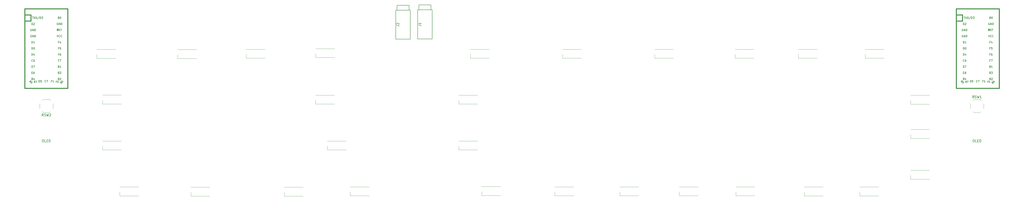
<source format=gbr>
G04 #@! TF.GenerationSoftware,KiCad,Pcbnew,(5.1.9)-1*
G04 #@! TF.CreationDate,2021-02-18T22:07:17-08:00*
G04 #@! TF.ProjectId,kujira,6b756a69-7261-42e6-9b69-6361645f7063,rev?*
G04 #@! TF.SameCoordinates,Original*
G04 #@! TF.FileFunction,Legend,Top*
G04 #@! TF.FilePolarity,Positive*
%FSLAX46Y46*%
G04 Gerber Fmt 4.6, Leading zero omitted, Abs format (unit mm)*
G04 Created by KiCad (PCBNEW (5.1.9)-1) date 2021-02-18 22:07:17*
%MOMM*%
%LPD*%
G01*
G04 APERTURE LIST*
%ADD10C,0.150000*%
%ADD11C,0.120000*%
%ADD12C,0.381000*%
G04 APERTURE END LIST*
D10*
X181452000Y-35130000D02*
X176452000Y-35130000D01*
X176452000Y-35130000D02*
X176452000Y-37130000D01*
X181452000Y-35130000D02*
X181452000Y-37130000D01*
X181952000Y-49230000D02*
X175952000Y-49230000D01*
X175952000Y-49230000D02*
X175952000Y-37130000D01*
X175952000Y-37130000D02*
X181952000Y-37130000D01*
X181952000Y-37130000D02*
X181952000Y-49230000D01*
X190523500Y-35003000D02*
X185523500Y-35003000D01*
X185523500Y-35003000D02*
X185523500Y-37003000D01*
X190523500Y-35003000D02*
X190523500Y-37003000D01*
X191023500Y-49103000D02*
X185023500Y-49103000D01*
X185023500Y-49103000D02*
X185023500Y-37003000D01*
X185023500Y-37003000D02*
X191023500Y-37003000D01*
X191023500Y-37003000D02*
X191023500Y-49103000D01*
D11*
X33105000Y-74662000D02*
X32655000Y-74212000D01*
X29705000Y-74662000D02*
X30155000Y-74212000D01*
X29705000Y-79262000D02*
X30155000Y-79712000D01*
X33105000Y-79262000D02*
X32655000Y-79712000D01*
X28655000Y-77962000D02*
X28655000Y-75962000D01*
X32655000Y-74212000D02*
X30155000Y-74212000D01*
X34155000Y-77962000D02*
X34155000Y-75962000D01*
X32655000Y-79712000D02*
X30155000Y-79712000D01*
X414744500Y-79262000D02*
X415194500Y-79712000D01*
X418144500Y-79262000D02*
X417694500Y-79712000D01*
X418144500Y-74662000D02*
X417694500Y-74212000D01*
X414744500Y-74662000D02*
X415194500Y-74212000D01*
X419194500Y-75962000D02*
X419194500Y-77962000D01*
X415194500Y-79712000D02*
X417694500Y-79712000D01*
X413694500Y-75962000D02*
X413694500Y-77962000D01*
X415194500Y-74212000D02*
X417694500Y-74212000D01*
X61803000Y-114307000D02*
X69603000Y-114307000D01*
X69603000Y-110607000D02*
X61803000Y-110607000D01*
X61803000Y-112707000D02*
X61803000Y-114307000D01*
X52278000Y-57160000D02*
X60078000Y-57160000D01*
X60078000Y-53460000D02*
X52278000Y-53460000D01*
X52278000Y-55560000D02*
X52278000Y-57160000D01*
X388973500Y-74563000D02*
X388973500Y-76163000D01*
X396773500Y-72463000D02*
X388973500Y-72463000D01*
X388973500Y-76163000D02*
X396773500Y-76163000D01*
X367891500Y-112663000D02*
X367891500Y-114263000D01*
X375691500Y-110563000D02*
X367891500Y-110563000D01*
X367891500Y-114263000D02*
X375691500Y-114263000D01*
X344949500Y-112707000D02*
X344949500Y-114307000D01*
X352749500Y-110607000D02*
X344949500Y-110607000D01*
X344949500Y-114307000D02*
X352749500Y-114307000D01*
X388973500Y-105722000D02*
X388973500Y-107322000D01*
X396773500Y-103622000D02*
X388973500Y-103622000D01*
X388973500Y-107322000D02*
X396773500Y-107322000D01*
X388973500Y-88834000D02*
X388973500Y-90434000D01*
X396773500Y-86734000D02*
X388973500Y-86734000D01*
X388973500Y-90434000D02*
X396773500Y-90434000D01*
X316710500Y-112645000D02*
X316710500Y-114245000D01*
X324510500Y-110545000D02*
X316710500Y-110545000D01*
X316710500Y-114245000D02*
X324510500Y-114245000D01*
D12*
X22515000Y-39083000D02*
X22515000Y-69563000D01*
X22515000Y-69563000D02*
X40295000Y-69563000D01*
X40295000Y-69563000D02*
X40295000Y-39083000D01*
X25055000Y-39083000D02*
X25055000Y-41623000D01*
X25055000Y-41623000D02*
X22515000Y-41623000D01*
D10*
G36*
X36336568Y-44962360D02*
G01*
X36336568Y-45262360D01*
X36236568Y-45262360D01*
X36236568Y-44962360D01*
X36336568Y-44962360D01*
G37*
X36336568Y-44962360D02*
X36336568Y-45262360D01*
X36236568Y-45262360D01*
X36236568Y-44962360D01*
X36336568Y-44962360D01*
G36*
X36136568Y-45362360D02*
G01*
X36136568Y-45462360D01*
X36036568Y-45462360D01*
X36036568Y-45362360D01*
X36136568Y-45362360D01*
G37*
X36136568Y-45362360D02*
X36136568Y-45462360D01*
X36036568Y-45462360D01*
X36036568Y-45362360D01*
X36136568Y-45362360D01*
G36*
X36336568Y-44962360D02*
G01*
X36336568Y-45062360D01*
X35836568Y-45062360D01*
X35836568Y-44962360D01*
X36336568Y-44962360D01*
G37*
X36336568Y-44962360D02*
X36336568Y-45062360D01*
X35836568Y-45062360D01*
X35836568Y-44962360D01*
X36336568Y-44962360D01*
G36*
X35936568Y-44962360D02*
G01*
X35936568Y-45762360D01*
X35836568Y-45762360D01*
X35836568Y-44962360D01*
X35936568Y-44962360D01*
G37*
X35936568Y-44962360D02*
X35936568Y-45762360D01*
X35836568Y-45762360D01*
X35836568Y-44962360D01*
X35936568Y-44962360D01*
G36*
X36336568Y-45562360D02*
G01*
X36336568Y-45762360D01*
X36236568Y-45762360D01*
X36236568Y-45562360D01*
X36336568Y-45562360D01*
G37*
X36336568Y-45562360D02*
X36336568Y-45762360D01*
X36236568Y-45762360D01*
X36236568Y-45562360D01*
X36336568Y-45562360D01*
D12*
X40295000Y-39083000D02*
X40295000Y-36543000D01*
X40295000Y-36543000D02*
X22515000Y-36543000D01*
X22515000Y-36543000D02*
X22515000Y-39083000D01*
X25055000Y-39083000D02*
X22515000Y-39083000D01*
D11*
X114083000Y-55495000D02*
X114083000Y-57095000D01*
X121883000Y-53395000D02*
X114083000Y-53395000D01*
X114083000Y-57095000D02*
X121883000Y-57095000D01*
X129831000Y-112772000D02*
X129831000Y-114372000D01*
X137631000Y-110672000D02*
X129831000Y-110672000D01*
X129831000Y-114372000D02*
X137631000Y-114372000D01*
X342492500Y-55495000D02*
X342492500Y-57095000D01*
X350292500Y-53395000D02*
X342492500Y-53395000D01*
X342492500Y-57095000D02*
X350292500Y-57095000D01*
X157136000Y-112645000D02*
X157136000Y-114245000D01*
X164936000Y-110545000D02*
X157136000Y-110545000D01*
X157136000Y-114245000D02*
X164936000Y-114245000D01*
X202030500Y-93595000D02*
X202030500Y-95195000D01*
X209830500Y-91495000D02*
X202030500Y-91495000D01*
X202030500Y-95195000D02*
X209830500Y-95195000D01*
X142912000Y-55241000D02*
X142912000Y-56841000D01*
X150712000Y-53141000D02*
X142912000Y-53141000D01*
X142912000Y-56841000D02*
X150712000Y-56841000D01*
X283056500Y-55495000D02*
X283056500Y-57095000D01*
X290856500Y-53395000D02*
X283056500Y-53395000D01*
X283056500Y-57095000D02*
X290856500Y-57095000D01*
X244956500Y-55495000D02*
X244956500Y-57095000D01*
X252756500Y-53395000D02*
X244956500Y-53395000D01*
X244956500Y-57095000D02*
X252756500Y-57095000D01*
X206856500Y-55495000D02*
X206856500Y-57095000D01*
X214656500Y-53395000D02*
X206856500Y-53395000D01*
X206856500Y-57095000D02*
X214656500Y-57095000D01*
X91223000Y-112772000D02*
X91223000Y-114372000D01*
X99023000Y-110672000D02*
X91223000Y-110672000D01*
X91223000Y-114372000D02*
X99023000Y-114372000D01*
X293216500Y-112645000D02*
X293216500Y-114245000D01*
X301016500Y-110545000D02*
X293216500Y-110545000D01*
X293216500Y-114245000D02*
X301016500Y-114245000D01*
X268705500Y-112645000D02*
X268705500Y-114245000D01*
X276505500Y-110545000D02*
X268705500Y-110545000D01*
X268705500Y-114245000D02*
X276505500Y-114245000D01*
X54647000Y-74480000D02*
X54647000Y-76080000D01*
X62447000Y-72380000D02*
X54647000Y-72380000D01*
X54647000Y-76080000D02*
X62447000Y-76080000D01*
X202030500Y-74545000D02*
X202030500Y-76145000D01*
X209830500Y-72445000D02*
X202030500Y-72445000D01*
X202030500Y-76145000D02*
X209830500Y-76145000D01*
X147611000Y-93595000D02*
X147611000Y-95195000D01*
X155411000Y-91495000D02*
X147611000Y-91495000D01*
X147611000Y-95195000D02*
X155411000Y-95195000D01*
X54647000Y-93595000D02*
X54647000Y-95195000D01*
X62447000Y-91495000D02*
X54647000Y-91495000D01*
X54647000Y-95195000D02*
X62447000Y-95195000D01*
X241781500Y-112645000D02*
X241781500Y-114245000D01*
X249581500Y-110545000D02*
X241781500Y-110545000D01*
X241781500Y-114245000D02*
X249581500Y-114245000D01*
X211555500Y-112518000D02*
X211555500Y-114118000D01*
X219355500Y-110418000D02*
X211555500Y-110418000D01*
X211555500Y-114118000D02*
X219355500Y-114118000D01*
X370178500Y-55495000D02*
X370178500Y-57095000D01*
X377978500Y-53395000D02*
X370178500Y-53395000D01*
X370178500Y-57095000D02*
X377978500Y-57095000D01*
X142785000Y-74545000D02*
X142785000Y-76145000D01*
X150585000Y-72445000D02*
X142785000Y-72445000D01*
X142785000Y-76145000D02*
X150585000Y-76145000D01*
X85762000Y-55622000D02*
X85762000Y-57222000D01*
X93562000Y-53522000D02*
X85762000Y-53522000D01*
X85762000Y-57222000D02*
X93562000Y-57222000D01*
X316330500Y-55495000D02*
X316330500Y-57095000D01*
X324130500Y-53395000D02*
X316330500Y-53395000D01*
X316330500Y-57095000D02*
X324130500Y-57095000D01*
D12*
X407887500Y-39083000D02*
X407887500Y-69563000D01*
X407887500Y-69563000D02*
X425667500Y-69563000D01*
X425667500Y-69563000D02*
X425667500Y-39083000D01*
X410427500Y-39083000D02*
X410427500Y-41623000D01*
X410427500Y-41623000D02*
X407887500Y-41623000D01*
D10*
G36*
X421709068Y-44962360D02*
G01*
X421709068Y-45262360D01*
X421609068Y-45262360D01*
X421609068Y-44962360D01*
X421709068Y-44962360D01*
G37*
X421709068Y-44962360D02*
X421709068Y-45262360D01*
X421609068Y-45262360D01*
X421609068Y-44962360D01*
X421709068Y-44962360D01*
G36*
X421509068Y-45362360D02*
G01*
X421509068Y-45462360D01*
X421409068Y-45462360D01*
X421409068Y-45362360D01*
X421509068Y-45362360D01*
G37*
X421509068Y-45362360D02*
X421509068Y-45462360D01*
X421409068Y-45462360D01*
X421409068Y-45362360D01*
X421509068Y-45362360D01*
G36*
X421709068Y-44962360D02*
G01*
X421709068Y-45062360D01*
X421209068Y-45062360D01*
X421209068Y-44962360D01*
X421709068Y-44962360D01*
G37*
X421709068Y-44962360D02*
X421709068Y-45062360D01*
X421209068Y-45062360D01*
X421209068Y-44962360D01*
X421709068Y-44962360D01*
G36*
X421309068Y-44962360D02*
G01*
X421309068Y-45762360D01*
X421209068Y-45762360D01*
X421209068Y-44962360D01*
X421309068Y-44962360D01*
G37*
X421309068Y-44962360D02*
X421309068Y-45762360D01*
X421209068Y-45762360D01*
X421209068Y-44962360D01*
X421309068Y-44962360D01*
G36*
X421709068Y-45562360D02*
G01*
X421709068Y-45762360D01*
X421609068Y-45762360D01*
X421609068Y-45562360D01*
X421709068Y-45562360D01*
G37*
X421709068Y-45562360D02*
X421709068Y-45762360D01*
X421609068Y-45762360D01*
X421609068Y-45562360D01*
X421709068Y-45562360D01*
D12*
X425667500Y-39083000D02*
X425667500Y-36543000D01*
X425667500Y-36543000D02*
X407887500Y-36543000D01*
X407887500Y-36543000D02*
X407887500Y-39083000D01*
X410427500Y-39083000D02*
X407887500Y-39083000D01*
D10*
X176346180Y-43513333D02*
X177060466Y-43513333D01*
X177203323Y-43560952D01*
X177298561Y-43656190D01*
X177346180Y-43799047D01*
X177346180Y-43894285D01*
X176441419Y-43084761D02*
X176393800Y-43037142D01*
X176346180Y-42941904D01*
X176346180Y-42703809D01*
X176393800Y-42608571D01*
X176441419Y-42560952D01*
X176536657Y-42513333D01*
X176631895Y-42513333D01*
X176774752Y-42560952D01*
X177346180Y-43132380D01*
X177346180Y-42513333D01*
X185417680Y-43386333D02*
X186131966Y-43386333D01*
X186274823Y-43433952D01*
X186370061Y-43529190D01*
X186417680Y-43672047D01*
X186417680Y-43767285D01*
X186417680Y-42386333D02*
X186417680Y-42957761D01*
X186417680Y-42672047D02*
X185417680Y-42672047D01*
X185560538Y-42767285D01*
X185655776Y-42862523D01*
X185703395Y-42957761D01*
X30190714Y-81164380D02*
X29857380Y-80688190D01*
X29619285Y-81164380D02*
X29619285Y-80164380D01*
X30000238Y-80164380D01*
X30095476Y-80212000D01*
X30143095Y-80259619D01*
X30190714Y-80354857D01*
X30190714Y-80497714D01*
X30143095Y-80592952D01*
X30095476Y-80640571D01*
X30000238Y-80688190D01*
X29619285Y-80688190D01*
X30571666Y-81116761D02*
X30714523Y-81164380D01*
X30952619Y-81164380D01*
X31047857Y-81116761D01*
X31095476Y-81069142D01*
X31143095Y-80973904D01*
X31143095Y-80878666D01*
X31095476Y-80783428D01*
X31047857Y-80735809D01*
X30952619Y-80688190D01*
X30762142Y-80640571D01*
X30666904Y-80592952D01*
X30619285Y-80545333D01*
X30571666Y-80450095D01*
X30571666Y-80354857D01*
X30619285Y-80259619D01*
X30666904Y-80212000D01*
X30762142Y-80164380D01*
X31000238Y-80164380D01*
X31143095Y-80212000D01*
X31476428Y-80164380D02*
X31714523Y-81164380D01*
X31905000Y-80450095D01*
X32095476Y-81164380D01*
X32333571Y-80164380D01*
X32666904Y-80259619D02*
X32714523Y-80212000D01*
X32809761Y-80164380D01*
X33047857Y-80164380D01*
X33143095Y-80212000D01*
X33190714Y-80259619D01*
X33238333Y-80354857D01*
X33238333Y-80450095D01*
X33190714Y-80592952D01*
X32619285Y-81164380D01*
X33238333Y-81164380D01*
X415230214Y-73664380D02*
X414896880Y-73188190D01*
X414658785Y-73664380D02*
X414658785Y-72664380D01*
X415039738Y-72664380D01*
X415134976Y-72712000D01*
X415182595Y-72759619D01*
X415230214Y-72854857D01*
X415230214Y-72997714D01*
X415182595Y-73092952D01*
X415134976Y-73140571D01*
X415039738Y-73188190D01*
X414658785Y-73188190D01*
X415611166Y-73616761D02*
X415754023Y-73664380D01*
X415992119Y-73664380D01*
X416087357Y-73616761D01*
X416134976Y-73569142D01*
X416182595Y-73473904D01*
X416182595Y-73378666D01*
X416134976Y-73283428D01*
X416087357Y-73235809D01*
X415992119Y-73188190D01*
X415801642Y-73140571D01*
X415706404Y-73092952D01*
X415658785Y-73045333D01*
X415611166Y-72950095D01*
X415611166Y-72854857D01*
X415658785Y-72759619D01*
X415706404Y-72712000D01*
X415801642Y-72664380D01*
X416039738Y-72664380D01*
X416182595Y-72712000D01*
X416515928Y-72664380D02*
X416754023Y-73664380D01*
X416944500Y-72950095D01*
X417134976Y-73664380D01*
X417373071Y-72664380D01*
X418277833Y-73664380D02*
X417706404Y-73664380D01*
X417992119Y-73664380D02*
X417992119Y-72664380D01*
X417896880Y-72807238D01*
X417801642Y-72902476D01*
X417706404Y-72950095D01*
X28274523Y-67084904D02*
X28274523Y-66284904D01*
X28465000Y-66284904D01*
X28579285Y-66323000D01*
X28655476Y-66399190D01*
X28693571Y-66475380D01*
X28731666Y-66627761D01*
X28731666Y-66742047D01*
X28693571Y-66894428D01*
X28655476Y-66970619D01*
X28579285Y-67046809D01*
X28465000Y-67084904D01*
X28274523Y-67084904D01*
X29455476Y-66284904D02*
X29074523Y-66284904D01*
X29036428Y-66665857D01*
X29074523Y-66627761D01*
X29150714Y-66589666D01*
X29341190Y-66589666D01*
X29417380Y-66627761D01*
X29455476Y-66665857D01*
X29493571Y-66742047D01*
X29493571Y-66932523D01*
X29455476Y-67008714D01*
X29417380Y-67046809D01*
X29341190Y-67084904D01*
X29150714Y-67084904D01*
X29074523Y-67046809D01*
X29036428Y-67008714D01*
X33678333Y-66665857D02*
X33411666Y-66665857D01*
X33411666Y-67084904D02*
X33411666Y-66284904D01*
X33792619Y-66284904D01*
X34516428Y-67084904D02*
X34059285Y-67084904D01*
X34287857Y-67084904D02*
X34287857Y-66284904D01*
X34211666Y-66399190D01*
X34135476Y-66475380D01*
X34059285Y-66513476D01*
X31271666Y-67008714D02*
X31233571Y-67046809D01*
X31119285Y-67084904D01*
X31043095Y-67084904D01*
X30928809Y-67046809D01*
X30852619Y-66970619D01*
X30814523Y-66894428D01*
X30776428Y-66742047D01*
X30776428Y-66627761D01*
X30814523Y-66475380D01*
X30852619Y-66399190D01*
X30928809Y-66323000D01*
X31043095Y-66284904D01*
X31119285Y-66284904D01*
X31233571Y-66323000D01*
X31271666Y-66361095D01*
X31538333Y-66284904D02*
X32071666Y-66284904D01*
X31728809Y-67084904D01*
X37569297Y-67187991D02*
X37663578Y-67140851D01*
X37710719Y-67140851D01*
X37781429Y-67164421D01*
X37852140Y-67235132D01*
X37875710Y-67305842D01*
X37875710Y-67352983D01*
X37852140Y-67423693D01*
X37663578Y-67612255D01*
X37168603Y-67117280D01*
X37333595Y-66952289D01*
X37404306Y-66928719D01*
X37451446Y-66928719D01*
X37522157Y-66952289D01*
X37569297Y-66999429D01*
X37592867Y-67070140D01*
X37592867Y-67117280D01*
X37569297Y-67187991D01*
X37404306Y-67352983D01*
X37875710Y-66410174D02*
X37781429Y-66504455D01*
X37757859Y-66575165D01*
X37757859Y-66622306D01*
X37781429Y-66740157D01*
X37852140Y-66858008D01*
X38040702Y-67046570D01*
X38111412Y-67070140D01*
X38158553Y-67070140D01*
X38229264Y-67046570D01*
X38323544Y-66952289D01*
X38347115Y-66881578D01*
X38347115Y-66834438D01*
X38323544Y-66763727D01*
X38205693Y-66645876D01*
X38134983Y-66622306D01*
X38087842Y-66622306D01*
X38017132Y-66645876D01*
X37922851Y-66740157D01*
X37899280Y-66810867D01*
X37899280Y-66858008D01*
X37922851Y-66928719D01*
X35671666Y-66873000D02*
X35438333Y-66873000D01*
X35438333Y-67239666D02*
X35438333Y-66539666D01*
X35771666Y-66539666D01*
X36171666Y-66539666D02*
X36238333Y-66539666D01*
X36305000Y-66573000D01*
X36338333Y-66606333D01*
X36371666Y-66673000D01*
X36405000Y-66806333D01*
X36405000Y-66973000D01*
X36371666Y-67106333D01*
X36338333Y-67173000D01*
X36305000Y-67206333D01*
X36238333Y-67239666D01*
X36171666Y-67239666D01*
X36105000Y-67206333D01*
X36071666Y-67173000D01*
X36038333Y-67106333D01*
X36005000Y-66973000D01*
X36005000Y-66806333D01*
X36038333Y-66673000D01*
X36071666Y-66606333D01*
X36105000Y-66573000D01*
X36171666Y-66539666D01*
X26621666Y-66873000D02*
X26721666Y-66906333D01*
X26755000Y-66939666D01*
X26788333Y-67006333D01*
X26788333Y-67106333D01*
X26755000Y-67173000D01*
X26721666Y-67206333D01*
X26655000Y-67239666D01*
X26388333Y-67239666D01*
X26388333Y-66539666D01*
X26621666Y-66539666D01*
X26688333Y-66573000D01*
X26721666Y-66606333D01*
X26755000Y-66673000D01*
X26755000Y-66739666D01*
X26721666Y-66806333D01*
X26688333Y-66839666D01*
X26621666Y-66873000D01*
X26388333Y-66873000D01*
X27021666Y-66539666D02*
X27488333Y-66539666D01*
X27188333Y-67239666D01*
X25642651Y-39914904D02*
X26099794Y-39914904D01*
X25871223Y-40714904D02*
X25871223Y-39914904D01*
X26290270Y-39914904D02*
X26823604Y-40714904D01*
X26823604Y-39914904D02*
X26290270Y-40714904D01*
X27280747Y-39914904D02*
X27356937Y-39914904D01*
X27433128Y-39953000D01*
X27471223Y-39991095D01*
X27509318Y-40067285D01*
X27547413Y-40219666D01*
X27547413Y-40410142D01*
X27509318Y-40562523D01*
X27471223Y-40638714D01*
X27433128Y-40676809D01*
X27356937Y-40714904D01*
X27280747Y-40714904D01*
X27204556Y-40676809D01*
X27166461Y-40638714D01*
X27128366Y-40562523D01*
X27090270Y-40410142D01*
X27090270Y-40219666D01*
X27128366Y-40067285D01*
X27166461Y-39991095D01*
X27204556Y-39953000D01*
X27280747Y-39914904D01*
X28461699Y-39876809D02*
X27775985Y-40905380D01*
X28728366Y-40714904D02*
X28728366Y-39914904D01*
X28918842Y-39914904D01*
X29033128Y-39953000D01*
X29109318Y-40029190D01*
X29147413Y-40105380D01*
X29185508Y-40257761D01*
X29185508Y-40372047D01*
X29147413Y-40524428D01*
X29109318Y-40600619D01*
X29033128Y-40676809D01*
X28918842Y-40714904D01*
X28728366Y-40714904D01*
X29452175Y-39914904D02*
X29947413Y-39914904D01*
X29680747Y-40219666D01*
X29795032Y-40219666D01*
X29871223Y-40257761D01*
X29909318Y-40295857D01*
X29947413Y-40372047D01*
X29947413Y-40562523D01*
X29909318Y-40638714D01*
X29871223Y-40676809D01*
X29795032Y-40714904D01*
X29566461Y-40714904D01*
X29490270Y-40676809D01*
X29452175Y-40638714D01*
X25353523Y-43254904D02*
X25353523Y-42454904D01*
X25544000Y-42454904D01*
X25658285Y-42493000D01*
X25734476Y-42569190D01*
X25772571Y-42645380D01*
X25810666Y-42797761D01*
X25810666Y-42912047D01*
X25772571Y-43064428D01*
X25734476Y-43140619D01*
X25658285Y-43216809D01*
X25544000Y-43254904D01*
X25353523Y-43254904D01*
X26115428Y-42531095D02*
X26153523Y-42493000D01*
X26229714Y-42454904D01*
X26420190Y-42454904D01*
X26496380Y-42493000D01*
X26534476Y-42531095D01*
X26572571Y-42607285D01*
X26572571Y-42683476D01*
X26534476Y-42797761D01*
X26077333Y-43254904D01*
X26572571Y-43254904D01*
X25353523Y-53414904D02*
X25353523Y-52614904D01*
X25544000Y-52614904D01*
X25658285Y-52653000D01*
X25734476Y-52729190D01*
X25772571Y-52805380D01*
X25810666Y-52957761D01*
X25810666Y-53072047D01*
X25772571Y-53224428D01*
X25734476Y-53300619D01*
X25658285Y-53376809D01*
X25544000Y-53414904D01*
X25353523Y-53414904D01*
X26305904Y-52614904D02*
X26382095Y-52614904D01*
X26458285Y-52653000D01*
X26496380Y-52691095D01*
X26534476Y-52767285D01*
X26572571Y-52919666D01*
X26572571Y-53110142D01*
X26534476Y-53262523D01*
X26496380Y-53338714D01*
X26458285Y-53376809D01*
X26382095Y-53414904D01*
X26305904Y-53414904D01*
X26229714Y-53376809D01*
X26191619Y-53338714D01*
X26153523Y-53262523D01*
X26115428Y-53110142D01*
X26115428Y-52919666D01*
X26153523Y-52767285D01*
X26191619Y-52691095D01*
X26229714Y-52653000D01*
X26305904Y-52614904D01*
X25353523Y-50874904D02*
X25353523Y-50074904D01*
X25544000Y-50074904D01*
X25658285Y-50113000D01*
X25734476Y-50189190D01*
X25772571Y-50265380D01*
X25810666Y-50417761D01*
X25810666Y-50532047D01*
X25772571Y-50684428D01*
X25734476Y-50760619D01*
X25658285Y-50836809D01*
X25544000Y-50874904D01*
X25353523Y-50874904D01*
X26572571Y-50874904D02*
X26115428Y-50874904D01*
X26344000Y-50874904D02*
X26344000Y-50074904D01*
X26267809Y-50189190D01*
X26191619Y-50265380D01*
X26115428Y-50303476D01*
X25334476Y-47573000D02*
X25258285Y-47534904D01*
X25144000Y-47534904D01*
X25029714Y-47573000D01*
X24953523Y-47649190D01*
X24915428Y-47725380D01*
X24877333Y-47877761D01*
X24877333Y-47992047D01*
X24915428Y-48144428D01*
X24953523Y-48220619D01*
X25029714Y-48296809D01*
X25144000Y-48334904D01*
X25220190Y-48334904D01*
X25334476Y-48296809D01*
X25372571Y-48258714D01*
X25372571Y-47992047D01*
X25220190Y-47992047D01*
X25715428Y-48334904D02*
X25715428Y-47534904D01*
X26172571Y-48334904D01*
X26172571Y-47534904D01*
X26553523Y-48334904D02*
X26553523Y-47534904D01*
X26744000Y-47534904D01*
X26858285Y-47573000D01*
X26934476Y-47649190D01*
X26972571Y-47725380D01*
X27010666Y-47877761D01*
X27010666Y-47992047D01*
X26972571Y-48144428D01*
X26934476Y-48220619D01*
X26858285Y-48296809D01*
X26744000Y-48334904D01*
X26553523Y-48334904D01*
X25334476Y-45033000D02*
X25258285Y-44994904D01*
X25144000Y-44994904D01*
X25029714Y-45033000D01*
X24953523Y-45109190D01*
X24915428Y-45185380D01*
X24877333Y-45337761D01*
X24877333Y-45452047D01*
X24915428Y-45604428D01*
X24953523Y-45680619D01*
X25029714Y-45756809D01*
X25144000Y-45794904D01*
X25220190Y-45794904D01*
X25334476Y-45756809D01*
X25372571Y-45718714D01*
X25372571Y-45452047D01*
X25220190Y-45452047D01*
X25715428Y-45794904D02*
X25715428Y-44994904D01*
X26172571Y-45794904D01*
X26172571Y-44994904D01*
X26553523Y-45794904D02*
X26553523Y-44994904D01*
X26744000Y-44994904D01*
X26858285Y-45033000D01*
X26934476Y-45109190D01*
X26972571Y-45185380D01*
X27010666Y-45337761D01*
X27010666Y-45452047D01*
X26972571Y-45604428D01*
X26934476Y-45680619D01*
X26858285Y-45756809D01*
X26744000Y-45794904D01*
X26553523Y-45794904D01*
X25353523Y-55954904D02*
X25353523Y-55154904D01*
X25544000Y-55154904D01*
X25658285Y-55193000D01*
X25734476Y-55269190D01*
X25772571Y-55345380D01*
X25810666Y-55497761D01*
X25810666Y-55612047D01*
X25772571Y-55764428D01*
X25734476Y-55840619D01*
X25658285Y-55916809D01*
X25544000Y-55954904D01*
X25353523Y-55954904D01*
X26496380Y-55421571D02*
X26496380Y-55954904D01*
X26305904Y-55116809D02*
X26115428Y-55688238D01*
X26610666Y-55688238D01*
X25810666Y-58418714D02*
X25772571Y-58456809D01*
X25658285Y-58494904D01*
X25582095Y-58494904D01*
X25467809Y-58456809D01*
X25391619Y-58380619D01*
X25353523Y-58304428D01*
X25315428Y-58152047D01*
X25315428Y-58037761D01*
X25353523Y-57885380D01*
X25391619Y-57809190D01*
X25467809Y-57733000D01*
X25582095Y-57694904D01*
X25658285Y-57694904D01*
X25772571Y-57733000D01*
X25810666Y-57771095D01*
X26496380Y-57694904D02*
X26344000Y-57694904D01*
X26267809Y-57733000D01*
X26229714Y-57771095D01*
X26153523Y-57885380D01*
X26115428Y-58037761D01*
X26115428Y-58342523D01*
X26153523Y-58418714D01*
X26191619Y-58456809D01*
X26267809Y-58494904D01*
X26420190Y-58494904D01*
X26496380Y-58456809D01*
X26534476Y-58418714D01*
X26572571Y-58342523D01*
X26572571Y-58152047D01*
X26534476Y-58075857D01*
X26496380Y-58037761D01*
X26420190Y-57999666D01*
X26267809Y-57999666D01*
X26191619Y-58037761D01*
X26153523Y-58075857D01*
X26115428Y-58152047D01*
X25353523Y-61034904D02*
X25353523Y-60234904D01*
X25544000Y-60234904D01*
X25658285Y-60273000D01*
X25734476Y-60349190D01*
X25772571Y-60425380D01*
X25810666Y-60577761D01*
X25810666Y-60692047D01*
X25772571Y-60844428D01*
X25734476Y-60920619D01*
X25658285Y-60996809D01*
X25544000Y-61034904D01*
X25353523Y-61034904D01*
X26077333Y-60234904D02*
X26610666Y-60234904D01*
X26267809Y-61034904D01*
X25391619Y-63155857D02*
X25658285Y-63155857D01*
X25772571Y-63574904D02*
X25391619Y-63574904D01*
X25391619Y-62774904D01*
X25772571Y-62774904D01*
X26458285Y-62774904D02*
X26305904Y-62774904D01*
X26229714Y-62813000D01*
X26191619Y-62851095D01*
X26115428Y-62965380D01*
X26077333Y-63117761D01*
X26077333Y-63422523D01*
X26115428Y-63498714D01*
X26153523Y-63536809D01*
X26229714Y-63574904D01*
X26382095Y-63574904D01*
X26458285Y-63536809D01*
X26496380Y-63498714D01*
X26534476Y-63422523D01*
X26534476Y-63232047D01*
X26496380Y-63155857D01*
X26458285Y-63117761D01*
X26382095Y-63079666D01*
X26229714Y-63079666D01*
X26153523Y-63117761D01*
X26115428Y-63155857D01*
X26077333Y-63232047D01*
X25620190Y-65695857D02*
X25734476Y-65733952D01*
X25772571Y-65772047D01*
X25810666Y-65848238D01*
X25810666Y-65962523D01*
X25772571Y-66038714D01*
X25734476Y-66076809D01*
X25658285Y-66114904D01*
X25353523Y-66114904D01*
X25353523Y-65314904D01*
X25620190Y-65314904D01*
X25696380Y-65353000D01*
X25734476Y-65391095D01*
X25772571Y-65467285D01*
X25772571Y-65543476D01*
X25734476Y-65619666D01*
X25696380Y-65657761D01*
X25620190Y-65695857D01*
X25353523Y-65695857D01*
X26496380Y-65581571D02*
X26496380Y-66114904D01*
X26305904Y-65276809D02*
X26115428Y-65848238D01*
X26610666Y-65848238D01*
X24840008Y-66787297D02*
X24887148Y-66881578D01*
X24887148Y-66928719D01*
X24863578Y-66999429D01*
X24792867Y-67070140D01*
X24722157Y-67093710D01*
X24675016Y-67093710D01*
X24604306Y-67070140D01*
X24415744Y-66881578D01*
X24910719Y-66386603D01*
X25075710Y-66551595D01*
X25099280Y-66622306D01*
X25099280Y-66669446D01*
X25075710Y-66740157D01*
X25028570Y-66787297D01*
X24957859Y-66810867D01*
X24910719Y-66810867D01*
X24840008Y-66787297D01*
X24675016Y-66622306D01*
X25641396Y-67117280D02*
X25405693Y-66881578D01*
X25146421Y-67093710D01*
X25193561Y-67093710D01*
X25264272Y-67117280D01*
X25382123Y-67235132D01*
X25405693Y-67305842D01*
X25405693Y-67352983D01*
X25382123Y-67423693D01*
X25264272Y-67541544D01*
X25193561Y-67565115D01*
X25146421Y-67565115D01*
X25075710Y-67541544D01*
X24957859Y-67423693D01*
X24934289Y-67352983D01*
X24934289Y-67305842D01*
X36542190Y-63155857D02*
X36656476Y-63193952D01*
X36694571Y-63232047D01*
X36732666Y-63308238D01*
X36732666Y-63422523D01*
X36694571Y-63498714D01*
X36656476Y-63536809D01*
X36580285Y-63574904D01*
X36275523Y-63574904D01*
X36275523Y-62774904D01*
X36542190Y-62774904D01*
X36618380Y-62813000D01*
X36656476Y-62851095D01*
X36694571Y-62927285D01*
X36694571Y-63003476D01*
X36656476Y-63079666D01*
X36618380Y-63117761D01*
X36542190Y-63155857D01*
X36275523Y-63155857D01*
X36999333Y-62774904D02*
X37494571Y-62774904D01*
X37227904Y-63079666D01*
X37342190Y-63079666D01*
X37418380Y-63117761D01*
X37456476Y-63155857D01*
X37494571Y-63232047D01*
X37494571Y-63422523D01*
X37456476Y-63498714D01*
X37418380Y-63536809D01*
X37342190Y-63574904D01*
X37113619Y-63574904D01*
X37037428Y-63536809D01*
X36999333Y-63498714D01*
X36542190Y-60615857D02*
X36656476Y-60653952D01*
X36694571Y-60692047D01*
X36732666Y-60768238D01*
X36732666Y-60882523D01*
X36694571Y-60958714D01*
X36656476Y-60996809D01*
X36580285Y-61034904D01*
X36275523Y-61034904D01*
X36275523Y-60234904D01*
X36542190Y-60234904D01*
X36618380Y-60273000D01*
X36656476Y-60311095D01*
X36694571Y-60387285D01*
X36694571Y-60463476D01*
X36656476Y-60539666D01*
X36618380Y-60577761D01*
X36542190Y-60615857D01*
X36275523Y-60615857D01*
X37494571Y-61034904D02*
X37037428Y-61034904D01*
X37266000Y-61034904D02*
X37266000Y-60234904D01*
X37189809Y-60349190D01*
X37113619Y-60425380D01*
X37037428Y-60463476D01*
X36599333Y-50455857D02*
X36332666Y-50455857D01*
X36332666Y-50874904D02*
X36332666Y-50074904D01*
X36713619Y-50074904D01*
X37361238Y-50341571D02*
X37361238Y-50874904D01*
X37170761Y-50036809D02*
X36980285Y-50608238D01*
X37475523Y-50608238D01*
X35799333Y-47534904D02*
X36066000Y-48334904D01*
X36332666Y-47534904D01*
X37056476Y-48258714D02*
X37018380Y-48296809D01*
X36904095Y-48334904D01*
X36827904Y-48334904D01*
X36713619Y-48296809D01*
X36637428Y-48220619D01*
X36599333Y-48144428D01*
X36561238Y-47992047D01*
X36561238Y-47877761D01*
X36599333Y-47725380D01*
X36637428Y-47649190D01*
X36713619Y-47573000D01*
X36827904Y-47534904D01*
X36904095Y-47534904D01*
X37018380Y-47573000D01*
X37056476Y-47611095D01*
X37856476Y-48258714D02*
X37818380Y-48296809D01*
X37704095Y-48334904D01*
X37627904Y-48334904D01*
X37513619Y-48296809D01*
X37437428Y-48220619D01*
X37399333Y-48144428D01*
X37361238Y-47992047D01*
X37361238Y-47877761D01*
X37399333Y-47725380D01*
X37437428Y-47649190D01*
X37513619Y-47573000D01*
X37627904Y-47534904D01*
X37704095Y-47534904D01*
X37818380Y-47573000D01*
X37856476Y-47611095D01*
X36604786Y-45726809D02*
X36719072Y-45764904D01*
X36909548Y-45764904D01*
X36985739Y-45726809D01*
X37023834Y-45688714D01*
X37061929Y-45612523D01*
X37061929Y-45536333D01*
X37023834Y-45460142D01*
X36985739Y-45422047D01*
X36909548Y-45383952D01*
X36757167Y-45345857D01*
X36680977Y-45307761D01*
X36642881Y-45269666D01*
X36604786Y-45193476D01*
X36604786Y-45117285D01*
X36642881Y-45041095D01*
X36680977Y-45003000D01*
X36757167Y-44964904D01*
X36947643Y-44964904D01*
X37061929Y-45003000D01*
X37290500Y-44964904D02*
X37747643Y-44964904D01*
X37519072Y-45764904D02*
X37519072Y-44964904D01*
X36256476Y-42493000D02*
X36180285Y-42454904D01*
X36066000Y-42454904D01*
X35951714Y-42493000D01*
X35875523Y-42569190D01*
X35837428Y-42645380D01*
X35799333Y-42797761D01*
X35799333Y-42912047D01*
X35837428Y-43064428D01*
X35875523Y-43140619D01*
X35951714Y-43216809D01*
X36066000Y-43254904D01*
X36142190Y-43254904D01*
X36256476Y-43216809D01*
X36294571Y-43178714D01*
X36294571Y-42912047D01*
X36142190Y-42912047D01*
X36637428Y-43254904D02*
X36637428Y-42454904D01*
X37094571Y-43254904D01*
X37094571Y-42454904D01*
X37475523Y-43254904D02*
X37475523Y-42454904D01*
X37666000Y-42454904D01*
X37780285Y-42493000D01*
X37856476Y-42569190D01*
X37894571Y-42645380D01*
X37932666Y-42797761D01*
X37932666Y-42912047D01*
X37894571Y-43064428D01*
X37856476Y-43140619D01*
X37780285Y-43216809D01*
X37666000Y-43254904D01*
X37475523Y-43254904D01*
X36542190Y-40295857D02*
X36656476Y-40333952D01*
X36694571Y-40372047D01*
X36732666Y-40448238D01*
X36732666Y-40562523D01*
X36694571Y-40638714D01*
X36656476Y-40676809D01*
X36580285Y-40714904D01*
X36275523Y-40714904D01*
X36275523Y-39914904D01*
X36542190Y-39914904D01*
X36618380Y-39953000D01*
X36656476Y-39991095D01*
X36694571Y-40067285D01*
X36694571Y-40143476D01*
X36656476Y-40219666D01*
X36618380Y-40257761D01*
X36542190Y-40295857D01*
X36275523Y-40295857D01*
X37227904Y-39914904D02*
X37304095Y-39914904D01*
X37380285Y-39953000D01*
X37418380Y-39991095D01*
X37456476Y-40067285D01*
X37494571Y-40219666D01*
X37494571Y-40410142D01*
X37456476Y-40562523D01*
X37418380Y-40638714D01*
X37380285Y-40676809D01*
X37304095Y-40714904D01*
X37227904Y-40714904D01*
X37151714Y-40676809D01*
X37113619Y-40638714D01*
X37075523Y-40562523D01*
X37037428Y-40410142D01*
X37037428Y-40219666D01*
X37075523Y-40067285D01*
X37113619Y-39991095D01*
X37151714Y-39953000D01*
X37227904Y-39914904D01*
X36599333Y-52995857D02*
X36332666Y-52995857D01*
X36332666Y-53414904D02*
X36332666Y-52614904D01*
X36713619Y-52614904D01*
X37399333Y-52614904D02*
X37018380Y-52614904D01*
X36980285Y-52995857D01*
X37018380Y-52957761D01*
X37094571Y-52919666D01*
X37285047Y-52919666D01*
X37361238Y-52957761D01*
X37399333Y-52995857D01*
X37437428Y-53072047D01*
X37437428Y-53262523D01*
X37399333Y-53338714D01*
X37361238Y-53376809D01*
X37285047Y-53414904D01*
X37094571Y-53414904D01*
X37018380Y-53376809D01*
X36980285Y-53338714D01*
X36599333Y-55535857D02*
X36332666Y-55535857D01*
X36332666Y-55954904D02*
X36332666Y-55154904D01*
X36713619Y-55154904D01*
X37361238Y-55154904D02*
X37208857Y-55154904D01*
X37132666Y-55193000D01*
X37094571Y-55231095D01*
X37018380Y-55345380D01*
X36980285Y-55497761D01*
X36980285Y-55802523D01*
X37018380Y-55878714D01*
X37056476Y-55916809D01*
X37132666Y-55954904D01*
X37285047Y-55954904D01*
X37361238Y-55916809D01*
X37399333Y-55878714D01*
X37437428Y-55802523D01*
X37437428Y-55612047D01*
X37399333Y-55535857D01*
X37361238Y-55497761D01*
X37285047Y-55459666D01*
X37132666Y-55459666D01*
X37056476Y-55497761D01*
X37018380Y-55535857D01*
X36980285Y-55612047D01*
X36599333Y-58075857D02*
X36332666Y-58075857D01*
X36332666Y-58494904D02*
X36332666Y-57694904D01*
X36713619Y-57694904D01*
X36942190Y-57694904D02*
X37475523Y-57694904D01*
X37132666Y-58494904D01*
X36542190Y-65695857D02*
X36656476Y-65733952D01*
X36694571Y-65772047D01*
X36732666Y-65848238D01*
X36732666Y-65962523D01*
X36694571Y-66038714D01*
X36656476Y-66076809D01*
X36580285Y-66114904D01*
X36275523Y-66114904D01*
X36275523Y-65314904D01*
X36542190Y-65314904D01*
X36618380Y-65353000D01*
X36656476Y-65391095D01*
X36694571Y-65467285D01*
X36694571Y-65543476D01*
X36656476Y-65619666D01*
X36618380Y-65657761D01*
X36542190Y-65695857D01*
X36275523Y-65695857D01*
X37037428Y-65391095D02*
X37075523Y-65353000D01*
X37151714Y-65314904D01*
X37342190Y-65314904D01*
X37418380Y-65353000D01*
X37456476Y-65391095D01*
X37494571Y-65467285D01*
X37494571Y-65543476D01*
X37456476Y-65657761D01*
X36999333Y-66114904D01*
X37494571Y-66114904D01*
X29916619Y-90918380D02*
X30107095Y-90918380D01*
X30202333Y-90966000D01*
X30297571Y-91061238D01*
X30345190Y-91251714D01*
X30345190Y-91585047D01*
X30297571Y-91775523D01*
X30202333Y-91870761D01*
X30107095Y-91918380D01*
X29916619Y-91918380D01*
X29821380Y-91870761D01*
X29726142Y-91775523D01*
X29678523Y-91585047D01*
X29678523Y-91251714D01*
X29726142Y-91061238D01*
X29821380Y-90966000D01*
X29916619Y-90918380D01*
X31249952Y-91918380D02*
X30773761Y-91918380D01*
X30773761Y-90918380D01*
X31583285Y-91394571D02*
X31916619Y-91394571D01*
X32059476Y-91918380D02*
X31583285Y-91918380D01*
X31583285Y-90918380D01*
X32059476Y-90918380D01*
X32488047Y-91918380D02*
X32488047Y-90918380D01*
X32726142Y-90918380D01*
X32869000Y-90966000D01*
X32964238Y-91061238D01*
X33011857Y-91156476D01*
X33059476Y-91346952D01*
X33059476Y-91489809D01*
X33011857Y-91680285D01*
X32964238Y-91775523D01*
X32869000Y-91870761D01*
X32726142Y-91918380D01*
X32488047Y-91918380D01*
X414992119Y-90918380D02*
X415182595Y-90918380D01*
X415277833Y-90966000D01*
X415373071Y-91061238D01*
X415420690Y-91251714D01*
X415420690Y-91585047D01*
X415373071Y-91775523D01*
X415277833Y-91870761D01*
X415182595Y-91918380D01*
X414992119Y-91918380D01*
X414896880Y-91870761D01*
X414801642Y-91775523D01*
X414754023Y-91585047D01*
X414754023Y-91251714D01*
X414801642Y-91061238D01*
X414896880Y-90966000D01*
X414992119Y-90918380D01*
X416325452Y-91918380D02*
X415849261Y-91918380D01*
X415849261Y-90918380D01*
X416658785Y-91394571D02*
X416992119Y-91394571D01*
X417134976Y-91918380D02*
X416658785Y-91918380D01*
X416658785Y-90918380D01*
X417134976Y-90918380D01*
X417563547Y-91918380D02*
X417563547Y-90918380D01*
X417801642Y-90918380D01*
X417944500Y-90966000D01*
X418039738Y-91061238D01*
X418087357Y-91156476D01*
X418134976Y-91346952D01*
X418134976Y-91489809D01*
X418087357Y-91680285D01*
X418039738Y-91775523D01*
X417944500Y-91870761D01*
X417801642Y-91918380D01*
X417563547Y-91918380D01*
X413647023Y-67084904D02*
X413647023Y-66284904D01*
X413837500Y-66284904D01*
X413951785Y-66323000D01*
X414027976Y-66399190D01*
X414066071Y-66475380D01*
X414104166Y-66627761D01*
X414104166Y-66742047D01*
X414066071Y-66894428D01*
X414027976Y-66970619D01*
X413951785Y-67046809D01*
X413837500Y-67084904D01*
X413647023Y-67084904D01*
X414827976Y-66284904D02*
X414447023Y-66284904D01*
X414408928Y-66665857D01*
X414447023Y-66627761D01*
X414523214Y-66589666D01*
X414713690Y-66589666D01*
X414789880Y-66627761D01*
X414827976Y-66665857D01*
X414866071Y-66742047D01*
X414866071Y-66932523D01*
X414827976Y-67008714D01*
X414789880Y-67046809D01*
X414713690Y-67084904D01*
X414523214Y-67084904D01*
X414447023Y-67046809D01*
X414408928Y-67008714D01*
X419050833Y-66665857D02*
X418784166Y-66665857D01*
X418784166Y-67084904D02*
X418784166Y-66284904D01*
X419165119Y-66284904D01*
X419888928Y-67084904D02*
X419431785Y-67084904D01*
X419660357Y-67084904D02*
X419660357Y-66284904D01*
X419584166Y-66399190D01*
X419507976Y-66475380D01*
X419431785Y-66513476D01*
X416644166Y-67008714D02*
X416606071Y-67046809D01*
X416491785Y-67084904D01*
X416415595Y-67084904D01*
X416301309Y-67046809D01*
X416225119Y-66970619D01*
X416187023Y-66894428D01*
X416148928Y-66742047D01*
X416148928Y-66627761D01*
X416187023Y-66475380D01*
X416225119Y-66399190D01*
X416301309Y-66323000D01*
X416415595Y-66284904D01*
X416491785Y-66284904D01*
X416606071Y-66323000D01*
X416644166Y-66361095D01*
X416910833Y-66284904D02*
X417444166Y-66284904D01*
X417101309Y-67084904D01*
X422941797Y-67187991D02*
X423036078Y-67140851D01*
X423083219Y-67140851D01*
X423153929Y-67164421D01*
X423224640Y-67235132D01*
X423248210Y-67305842D01*
X423248210Y-67352983D01*
X423224640Y-67423693D01*
X423036078Y-67612255D01*
X422541103Y-67117280D01*
X422706095Y-66952289D01*
X422776806Y-66928719D01*
X422823946Y-66928719D01*
X422894657Y-66952289D01*
X422941797Y-66999429D01*
X422965367Y-67070140D01*
X422965367Y-67117280D01*
X422941797Y-67187991D01*
X422776806Y-67352983D01*
X423248210Y-66410174D02*
X423153929Y-66504455D01*
X423130359Y-66575165D01*
X423130359Y-66622306D01*
X423153929Y-66740157D01*
X423224640Y-66858008D01*
X423413202Y-67046570D01*
X423483912Y-67070140D01*
X423531053Y-67070140D01*
X423601764Y-67046570D01*
X423696044Y-66952289D01*
X423719615Y-66881578D01*
X423719615Y-66834438D01*
X423696044Y-66763727D01*
X423578193Y-66645876D01*
X423507483Y-66622306D01*
X423460342Y-66622306D01*
X423389632Y-66645876D01*
X423295351Y-66740157D01*
X423271780Y-66810867D01*
X423271780Y-66858008D01*
X423295351Y-66928719D01*
X421044166Y-66873000D02*
X420810833Y-66873000D01*
X420810833Y-67239666D02*
X420810833Y-66539666D01*
X421144166Y-66539666D01*
X421544166Y-66539666D02*
X421610833Y-66539666D01*
X421677500Y-66573000D01*
X421710833Y-66606333D01*
X421744166Y-66673000D01*
X421777500Y-66806333D01*
X421777500Y-66973000D01*
X421744166Y-67106333D01*
X421710833Y-67173000D01*
X421677500Y-67206333D01*
X421610833Y-67239666D01*
X421544166Y-67239666D01*
X421477500Y-67206333D01*
X421444166Y-67173000D01*
X421410833Y-67106333D01*
X421377500Y-66973000D01*
X421377500Y-66806333D01*
X421410833Y-66673000D01*
X421444166Y-66606333D01*
X421477500Y-66573000D01*
X421544166Y-66539666D01*
X411994166Y-66873000D02*
X412094166Y-66906333D01*
X412127500Y-66939666D01*
X412160833Y-67006333D01*
X412160833Y-67106333D01*
X412127500Y-67173000D01*
X412094166Y-67206333D01*
X412027500Y-67239666D01*
X411760833Y-67239666D01*
X411760833Y-66539666D01*
X411994166Y-66539666D01*
X412060833Y-66573000D01*
X412094166Y-66606333D01*
X412127500Y-66673000D01*
X412127500Y-66739666D01*
X412094166Y-66806333D01*
X412060833Y-66839666D01*
X411994166Y-66873000D01*
X411760833Y-66873000D01*
X412394166Y-66539666D02*
X412860833Y-66539666D01*
X412560833Y-67239666D01*
X411015151Y-39914904D02*
X411472294Y-39914904D01*
X411243723Y-40714904D02*
X411243723Y-39914904D01*
X411662770Y-39914904D02*
X412196104Y-40714904D01*
X412196104Y-39914904D02*
X411662770Y-40714904D01*
X412653247Y-39914904D02*
X412729437Y-39914904D01*
X412805628Y-39953000D01*
X412843723Y-39991095D01*
X412881818Y-40067285D01*
X412919913Y-40219666D01*
X412919913Y-40410142D01*
X412881818Y-40562523D01*
X412843723Y-40638714D01*
X412805628Y-40676809D01*
X412729437Y-40714904D01*
X412653247Y-40714904D01*
X412577056Y-40676809D01*
X412538961Y-40638714D01*
X412500866Y-40562523D01*
X412462770Y-40410142D01*
X412462770Y-40219666D01*
X412500866Y-40067285D01*
X412538961Y-39991095D01*
X412577056Y-39953000D01*
X412653247Y-39914904D01*
X413834199Y-39876809D02*
X413148485Y-40905380D01*
X414100866Y-40714904D02*
X414100866Y-39914904D01*
X414291342Y-39914904D01*
X414405628Y-39953000D01*
X414481818Y-40029190D01*
X414519913Y-40105380D01*
X414558008Y-40257761D01*
X414558008Y-40372047D01*
X414519913Y-40524428D01*
X414481818Y-40600619D01*
X414405628Y-40676809D01*
X414291342Y-40714904D01*
X414100866Y-40714904D01*
X414824675Y-39914904D02*
X415319913Y-39914904D01*
X415053247Y-40219666D01*
X415167532Y-40219666D01*
X415243723Y-40257761D01*
X415281818Y-40295857D01*
X415319913Y-40372047D01*
X415319913Y-40562523D01*
X415281818Y-40638714D01*
X415243723Y-40676809D01*
X415167532Y-40714904D01*
X414938961Y-40714904D01*
X414862770Y-40676809D01*
X414824675Y-40638714D01*
X410726023Y-43254904D02*
X410726023Y-42454904D01*
X410916500Y-42454904D01*
X411030785Y-42493000D01*
X411106976Y-42569190D01*
X411145071Y-42645380D01*
X411183166Y-42797761D01*
X411183166Y-42912047D01*
X411145071Y-43064428D01*
X411106976Y-43140619D01*
X411030785Y-43216809D01*
X410916500Y-43254904D01*
X410726023Y-43254904D01*
X411487928Y-42531095D02*
X411526023Y-42493000D01*
X411602214Y-42454904D01*
X411792690Y-42454904D01*
X411868880Y-42493000D01*
X411906976Y-42531095D01*
X411945071Y-42607285D01*
X411945071Y-42683476D01*
X411906976Y-42797761D01*
X411449833Y-43254904D01*
X411945071Y-43254904D01*
X410726023Y-53414904D02*
X410726023Y-52614904D01*
X410916500Y-52614904D01*
X411030785Y-52653000D01*
X411106976Y-52729190D01*
X411145071Y-52805380D01*
X411183166Y-52957761D01*
X411183166Y-53072047D01*
X411145071Y-53224428D01*
X411106976Y-53300619D01*
X411030785Y-53376809D01*
X410916500Y-53414904D01*
X410726023Y-53414904D01*
X411678404Y-52614904D02*
X411754595Y-52614904D01*
X411830785Y-52653000D01*
X411868880Y-52691095D01*
X411906976Y-52767285D01*
X411945071Y-52919666D01*
X411945071Y-53110142D01*
X411906976Y-53262523D01*
X411868880Y-53338714D01*
X411830785Y-53376809D01*
X411754595Y-53414904D01*
X411678404Y-53414904D01*
X411602214Y-53376809D01*
X411564119Y-53338714D01*
X411526023Y-53262523D01*
X411487928Y-53110142D01*
X411487928Y-52919666D01*
X411526023Y-52767285D01*
X411564119Y-52691095D01*
X411602214Y-52653000D01*
X411678404Y-52614904D01*
X410726023Y-50874904D02*
X410726023Y-50074904D01*
X410916500Y-50074904D01*
X411030785Y-50113000D01*
X411106976Y-50189190D01*
X411145071Y-50265380D01*
X411183166Y-50417761D01*
X411183166Y-50532047D01*
X411145071Y-50684428D01*
X411106976Y-50760619D01*
X411030785Y-50836809D01*
X410916500Y-50874904D01*
X410726023Y-50874904D01*
X411945071Y-50874904D02*
X411487928Y-50874904D01*
X411716500Y-50874904D02*
X411716500Y-50074904D01*
X411640309Y-50189190D01*
X411564119Y-50265380D01*
X411487928Y-50303476D01*
X410706976Y-47573000D02*
X410630785Y-47534904D01*
X410516500Y-47534904D01*
X410402214Y-47573000D01*
X410326023Y-47649190D01*
X410287928Y-47725380D01*
X410249833Y-47877761D01*
X410249833Y-47992047D01*
X410287928Y-48144428D01*
X410326023Y-48220619D01*
X410402214Y-48296809D01*
X410516500Y-48334904D01*
X410592690Y-48334904D01*
X410706976Y-48296809D01*
X410745071Y-48258714D01*
X410745071Y-47992047D01*
X410592690Y-47992047D01*
X411087928Y-48334904D02*
X411087928Y-47534904D01*
X411545071Y-48334904D01*
X411545071Y-47534904D01*
X411926023Y-48334904D02*
X411926023Y-47534904D01*
X412116500Y-47534904D01*
X412230785Y-47573000D01*
X412306976Y-47649190D01*
X412345071Y-47725380D01*
X412383166Y-47877761D01*
X412383166Y-47992047D01*
X412345071Y-48144428D01*
X412306976Y-48220619D01*
X412230785Y-48296809D01*
X412116500Y-48334904D01*
X411926023Y-48334904D01*
X410706976Y-45033000D02*
X410630785Y-44994904D01*
X410516500Y-44994904D01*
X410402214Y-45033000D01*
X410326023Y-45109190D01*
X410287928Y-45185380D01*
X410249833Y-45337761D01*
X410249833Y-45452047D01*
X410287928Y-45604428D01*
X410326023Y-45680619D01*
X410402214Y-45756809D01*
X410516500Y-45794904D01*
X410592690Y-45794904D01*
X410706976Y-45756809D01*
X410745071Y-45718714D01*
X410745071Y-45452047D01*
X410592690Y-45452047D01*
X411087928Y-45794904D02*
X411087928Y-44994904D01*
X411545071Y-45794904D01*
X411545071Y-44994904D01*
X411926023Y-45794904D02*
X411926023Y-44994904D01*
X412116500Y-44994904D01*
X412230785Y-45033000D01*
X412306976Y-45109190D01*
X412345071Y-45185380D01*
X412383166Y-45337761D01*
X412383166Y-45452047D01*
X412345071Y-45604428D01*
X412306976Y-45680619D01*
X412230785Y-45756809D01*
X412116500Y-45794904D01*
X411926023Y-45794904D01*
X410726023Y-55954904D02*
X410726023Y-55154904D01*
X410916500Y-55154904D01*
X411030785Y-55193000D01*
X411106976Y-55269190D01*
X411145071Y-55345380D01*
X411183166Y-55497761D01*
X411183166Y-55612047D01*
X411145071Y-55764428D01*
X411106976Y-55840619D01*
X411030785Y-55916809D01*
X410916500Y-55954904D01*
X410726023Y-55954904D01*
X411868880Y-55421571D02*
X411868880Y-55954904D01*
X411678404Y-55116809D02*
X411487928Y-55688238D01*
X411983166Y-55688238D01*
X411183166Y-58418714D02*
X411145071Y-58456809D01*
X411030785Y-58494904D01*
X410954595Y-58494904D01*
X410840309Y-58456809D01*
X410764119Y-58380619D01*
X410726023Y-58304428D01*
X410687928Y-58152047D01*
X410687928Y-58037761D01*
X410726023Y-57885380D01*
X410764119Y-57809190D01*
X410840309Y-57733000D01*
X410954595Y-57694904D01*
X411030785Y-57694904D01*
X411145071Y-57733000D01*
X411183166Y-57771095D01*
X411868880Y-57694904D02*
X411716500Y-57694904D01*
X411640309Y-57733000D01*
X411602214Y-57771095D01*
X411526023Y-57885380D01*
X411487928Y-58037761D01*
X411487928Y-58342523D01*
X411526023Y-58418714D01*
X411564119Y-58456809D01*
X411640309Y-58494904D01*
X411792690Y-58494904D01*
X411868880Y-58456809D01*
X411906976Y-58418714D01*
X411945071Y-58342523D01*
X411945071Y-58152047D01*
X411906976Y-58075857D01*
X411868880Y-58037761D01*
X411792690Y-57999666D01*
X411640309Y-57999666D01*
X411564119Y-58037761D01*
X411526023Y-58075857D01*
X411487928Y-58152047D01*
X410726023Y-61034904D02*
X410726023Y-60234904D01*
X410916500Y-60234904D01*
X411030785Y-60273000D01*
X411106976Y-60349190D01*
X411145071Y-60425380D01*
X411183166Y-60577761D01*
X411183166Y-60692047D01*
X411145071Y-60844428D01*
X411106976Y-60920619D01*
X411030785Y-60996809D01*
X410916500Y-61034904D01*
X410726023Y-61034904D01*
X411449833Y-60234904D02*
X411983166Y-60234904D01*
X411640309Y-61034904D01*
X410764119Y-63155857D02*
X411030785Y-63155857D01*
X411145071Y-63574904D02*
X410764119Y-63574904D01*
X410764119Y-62774904D01*
X411145071Y-62774904D01*
X411830785Y-62774904D02*
X411678404Y-62774904D01*
X411602214Y-62813000D01*
X411564119Y-62851095D01*
X411487928Y-62965380D01*
X411449833Y-63117761D01*
X411449833Y-63422523D01*
X411487928Y-63498714D01*
X411526023Y-63536809D01*
X411602214Y-63574904D01*
X411754595Y-63574904D01*
X411830785Y-63536809D01*
X411868880Y-63498714D01*
X411906976Y-63422523D01*
X411906976Y-63232047D01*
X411868880Y-63155857D01*
X411830785Y-63117761D01*
X411754595Y-63079666D01*
X411602214Y-63079666D01*
X411526023Y-63117761D01*
X411487928Y-63155857D01*
X411449833Y-63232047D01*
X410992690Y-65695857D02*
X411106976Y-65733952D01*
X411145071Y-65772047D01*
X411183166Y-65848238D01*
X411183166Y-65962523D01*
X411145071Y-66038714D01*
X411106976Y-66076809D01*
X411030785Y-66114904D01*
X410726023Y-66114904D01*
X410726023Y-65314904D01*
X410992690Y-65314904D01*
X411068880Y-65353000D01*
X411106976Y-65391095D01*
X411145071Y-65467285D01*
X411145071Y-65543476D01*
X411106976Y-65619666D01*
X411068880Y-65657761D01*
X410992690Y-65695857D01*
X410726023Y-65695857D01*
X411868880Y-65581571D02*
X411868880Y-66114904D01*
X411678404Y-65276809D02*
X411487928Y-65848238D01*
X411983166Y-65848238D01*
X410212508Y-66787297D02*
X410259648Y-66881578D01*
X410259648Y-66928719D01*
X410236078Y-66999429D01*
X410165367Y-67070140D01*
X410094657Y-67093710D01*
X410047516Y-67093710D01*
X409976806Y-67070140D01*
X409788244Y-66881578D01*
X410283219Y-66386603D01*
X410448210Y-66551595D01*
X410471780Y-66622306D01*
X410471780Y-66669446D01*
X410448210Y-66740157D01*
X410401070Y-66787297D01*
X410330359Y-66810867D01*
X410283219Y-66810867D01*
X410212508Y-66787297D01*
X410047516Y-66622306D01*
X411013896Y-67117280D02*
X410778193Y-66881578D01*
X410518921Y-67093710D01*
X410566061Y-67093710D01*
X410636772Y-67117280D01*
X410754623Y-67235132D01*
X410778193Y-67305842D01*
X410778193Y-67352983D01*
X410754623Y-67423693D01*
X410636772Y-67541544D01*
X410566061Y-67565115D01*
X410518921Y-67565115D01*
X410448210Y-67541544D01*
X410330359Y-67423693D01*
X410306789Y-67352983D01*
X410306789Y-67305842D01*
X421914690Y-63155857D02*
X422028976Y-63193952D01*
X422067071Y-63232047D01*
X422105166Y-63308238D01*
X422105166Y-63422523D01*
X422067071Y-63498714D01*
X422028976Y-63536809D01*
X421952785Y-63574904D01*
X421648023Y-63574904D01*
X421648023Y-62774904D01*
X421914690Y-62774904D01*
X421990880Y-62813000D01*
X422028976Y-62851095D01*
X422067071Y-62927285D01*
X422067071Y-63003476D01*
X422028976Y-63079666D01*
X421990880Y-63117761D01*
X421914690Y-63155857D01*
X421648023Y-63155857D01*
X422371833Y-62774904D02*
X422867071Y-62774904D01*
X422600404Y-63079666D01*
X422714690Y-63079666D01*
X422790880Y-63117761D01*
X422828976Y-63155857D01*
X422867071Y-63232047D01*
X422867071Y-63422523D01*
X422828976Y-63498714D01*
X422790880Y-63536809D01*
X422714690Y-63574904D01*
X422486119Y-63574904D01*
X422409928Y-63536809D01*
X422371833Y-63498714D01*
X421914690Y-60615857D02*
X422028976Y-60653952D01*
X422067071Y-60692047D01*
X422105166Y-60768238D01*
X422105166Y-60882523D01*
X422067071Y-60958714D01*
X422028976Y-60996809D01*
X421952785Y-61034904D01*
X421648023Y-61034904D01*
X421648023Y-60234904D01*
X421914690Y-60234904D01*
X421990880Y-60273000D01*
X422028976Y-60311095D01*
X422067071Y-60387285D01*
X422067071Y-60463476D01*
X422028976Y-60539666D01*
X421990880Y-60577761D01*
X421914690Y-60615857D01*
X421648023Y-60615857D01*
X422867071Y-61034904D02*
X422409928Y-61034904D01*
X422638500Y-61034904D02*
X422638500Y-60234904D01*
X422562309Y-60349190D01*
X422486119Y-60425380D01*
X422409928Y-60463476D01*
X421971833Y-50455857D02*
X421705166Y-50455857D01*
X421705166Y-50874904D02*
X421705166Y-50074904D01*
X422086119Y-50074904D01*
X422733738Y-50341571D02*
X422733738Y-50874904D01*
X422543261Y-50036809D02*
X422352785Y-50608238D01*
X422848023Y-50608238D01*
X421171833Y-47534904D02*
X421438500Y-48334904D01*
X421705166Y-47534904D01*
X422428976Y-48258714D02*
X422390880Y-48296809D01*
X422276595Y-48334904D01*
X422200404Y-48334904D01*
X422086119Y-48296809D01*
X422009928Y-48220619D01*
X421971833Y-48144428D01*
X421933738Y-47992047D01*
X421933738Y-47877761D01*
X421971833Y-47725380D01*
X422009928Y-47649190D01*
X422086119Y-47573000D01*
X422200404Y-47534904D01*
X422276595Y-47534904D01*
X422390880Y-47573000D01*
X422428976Y-47611095D01*
X423228976Y-48258714D02*
X423190880Y-48296809D01*
X423076595Y-48334904D01*
X423000404Y-48334904D01*
X422886119Y-48296809D01*
X422809928Y-48220619D01*
X422771833Y-48144428D01*
X422733738Y-47992047D01*
X422733738Y-47877761D01*
X422771833Y-47725380D01*
X422809928Y-47649190D01*
X422886119Y-47573000D01*
X423000404Y-47534904D01*
X423076595Y-47534904D01*
X423190880Y-47573000D01*
X423228976Y-47611095D01*
X421977286Y-45726809D02*
X422091572Y-45764904D01*
X422282048Y-45764904D01*
X422358239Y-45726809D01*
X422396334Y-45688714D01*
X422434429Y-45612523D01*
X422434429Y-45536333D01*
X422396334Y-45460142D01*
X422358239Y-45422047D01*
X422282048Y-45383952D01*
X422129667Y-45345857D01*
X422053477Y-45307761D01*
X422015381Y-45269666D01*
X421977286Y-45193476D01*
X421977286Y-45117285D01*
X422015381Y-45041095D01*
X422053477Y-45003000D01*
X422129667Y-44964904D01*
X422320143Y-44964904D01*
X422434429Y-45003000D01*
X422663000Y-44964904D02*
X423120143Y-44964904D01*
X422891572Y-45764904D02*
X422891572Y-44964904D01*
X421628976Y-42493000D02*
X421552785Y-42454904D01*
X421438500Y-42454904D01*
X421324214Y-42493000D01*
X421248023Y-42569190D01*
X421209928Y-42645380D01*
X421171833Y-42797761D01*
X421171833Y-42912047D01*
X421209928Y-43064428D01*
X421248023Y-43140619D01*
X421324214Y-43216809D01*
X421438500Y-43254904D01*
X421514690Y-43254904D01*
X421628976Y-43216809D01*
X421667071Y-43178714D01*
X421667071Y-42912047D01*
X421514690Y-42912047D01*
X422009928Y-43254904D02*
X422009928Y-42454904D01*
X422467071Y-43254904D01*
X422467071Y-42454904D01*
X422848023Y-43254904D02*
X422848023Y-42454904D01*
X423038500Y-42454904D01*
X423152785Y-42493000D01*
X423228976Y-42569190D01*
X423267071Y-42645380D01*
X423305166Y-42797761D01*
X423305166Y-42912047D01*
X423267071Y-43064428D01*
X423228976Y-43140619D01*
X423152785Y-43216809D01*
X423038500Y-43254904D01*
X422848023Y-43254904D01*
X421914690Y-40295857D02*
X422028976Y-40333952D01*
X422067071Y-40372047D01*
X422105166Y-40448238D01*
X422105166Y-40562523D01*
X422067071Y-40638714D01*
X422028976Y-40676809D01*
X421952785Y-40714904D01*
X421648023Y-40714904D01*
X421648023Y-39914904D01*
X421914690Y-39914904D01*
X421990880Y-39953000D01*
X422028976Y-39991095D01*
X422067071Y-40067285D01*
X422067071Y-40143476D01*
X422028976Y-40219666D01*
X421990880Y-40257761D01*
X421914690Y-40295857D01*
X421648023Y-40295857D01*
X422600404Y-39914904D02*
X422676595Y-39914904D01*
X422752785Y-39953000D01*
X422790880Y-39991095D01*
X422828976Y-40067285D01*
X422867071Y-40219666D01*
X422867071Y-40410142D01*
X422828976Y-40562523D01*
X422790880Y-40638714D01*
X422752785Y-40676809D01*
X422676595Y-40714904D01*
X422600404Y-40714904D01*
X422524214Y-40676809D01*
X422486119Y-40638714D01*
X422448023Y-40562523D01*
X422409928Y-40410142D01*
X422409928Y-40219666D01*
X422448023Y-40067285D01*
X422486119Y-39991095D01*
X422524214Y-39953000D01*
X422600404Y-39914904D01*
X421971833Y-52995857D02*
X421705166Y-52995857D01*
X421705166Y-53414904D02*
X421705166Y-52614904D01*
X422086119Y-52614904D01*
X422771833Y-52614904D02*
X422390880Y-52614904D01*
X422352785Y-52995857D01*
X422390880Y-52957761D01*
X422467071Y-52919666D01*
X422657547Y-52919666D01*
X422733738Y-52957761D01*
X422771833Y-52995857D01*
X422809928Y-53072047D01*
X422809928Y-53262523D01*
X422771833Y-53338714D01*
X422733738Y-53376809D01*
X422657547Y-53414904D01*
X422467071Y-53414904D01*
X422390880Y-53376809D01*
X422352785Y-53338714D01*
X421971833Y-55535857D02*
X421705166Y-55535857D01*
X421705166Y-55954904D02*
X421705166Y-55154904D01*
X422086119Y-55154904D01*
X422733738Y-55154904D02*
X422581357Y-55154904D01*
X422505166Y-55193000D01*
X422467071Y-55231095D01*
X422390880Y-55345380D01*
X422352785Y-55497761D01*
X422352785Y-55802523D01*
X422390880Y-55878714D01*
X422428976Y-55916809D01*
X422505166Y-55954904D01*
X422657547Y-55954904D01*
X422733738Y-55916809D01*
X422771833Y-55878714D01*
X422809928Y-55802523D01*
X422809928Y-55612047D01*
X422771833Y-55535857D01*
X422733738Y-55497761D01*
X422657547Y-55459666D01*
X422505166Y-55459666D01*
X422428976Y-55497761D01*
X422390880Y-55535857D01*
X422352785Y-55612047D01*
X421971833Y-58075857D02*
X421705166Y-58075857D01*
X421705166Y-58494904D02*
X421705166Y-57694904D01*
X422086119Y-57694904D01*
X422314690Y-57694904D02*
X422848023Y-57694904D01*
X422505166Y-58494904D01*
X421914690Y-65695857D02*
X422028976Y-65733952D01*
X422067071Y-65772047D01*
X422105166Y-65848238D01*
X422105166Y-65962523D01*
X422067071Y-66038714D01*
X422028976Y-66076809D01*
X421952785Y-66114904D01*
X421648023Y-66114904D01*
X421648023Y-65314904D01*
X421914690Y-65314904D01*
X421990880Y-65353000D01*
X422028976Y-65391095D01*
X422067071Y-65467285D01*
X422067071Y-65543476D01*
X422028976Y-65619666D01*
X421990880Y-65657761D01*
X421914690Y-65695857D01*
X421648023Y-65695857D01*
X422409928Y-65391095D02*
X422448023Y-65353000D01*
X422524214Y-65314904D01*
X422714690Y-65314904D01*
X422790880Y-65353000D01*
X422828976Y-65391095D01*
X422867071Y-65467285D01*
X422867071Y-65543476D01*
X422828976Y-65657761D01*
X422371833Y-66114904D01*
X422867071Y-66114904D01*
M02*

</source>
